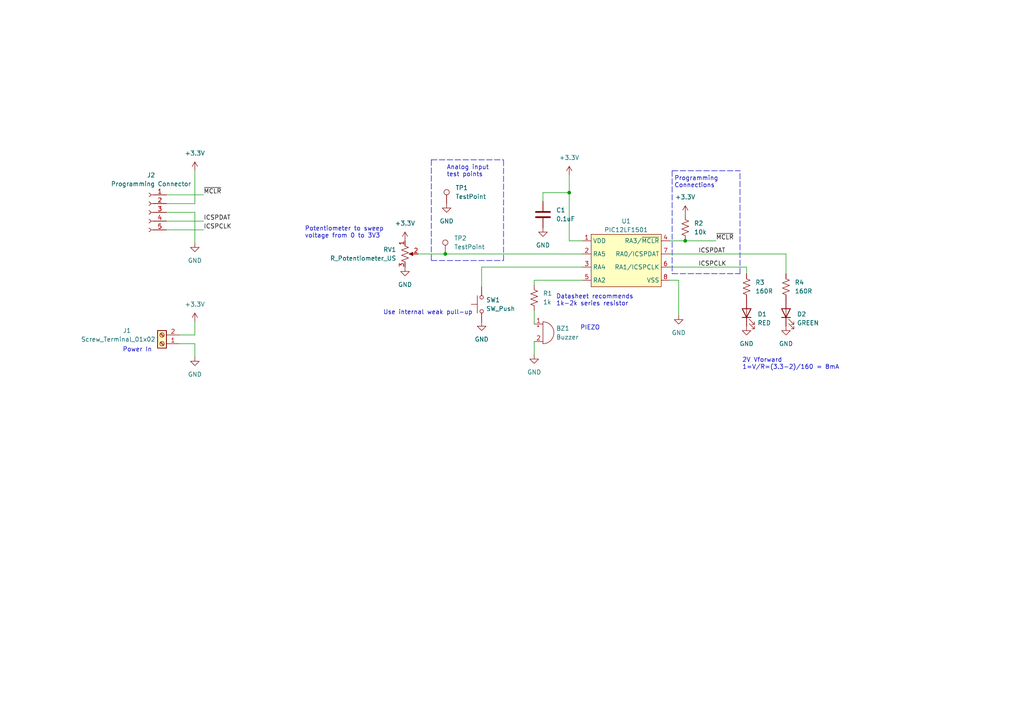
<source format=kicad_sch>
(kicad_sch (version 20211123) (generator eeschema)
  (paper "A4")
  (title_block (title "Tutorial Board") (date "2023-01-28") (rev "v0") (company "Waterloo Rocketry"))
  (lib_symbols
    (symbol "Connector:Conn_01x05_Female" (pin_names (offset 1.016) hide)
      (property "Reference" "J" (at 0 7.62 0))
      (property "Value" "Conn_01x05_Female" (at 0 -7.62 0))
      (symbol "Conn_01x05_Female_1_1"
        (arc (start 0 -4.572) (mid -0.508 -5.08) (end 0 -5.588) (stroke (width 0.1524)))
        (arc (start 0 -2.032) (mid -0.508 -2.54) (end 0 -3.048) (stroke (width 0.1524)))
        (polyline (pts (xy -1.27 -5.08) (xy -0.508 -5.08)) (stroke (width 0.1524)))
        (polyline (pts (xy -1.27 -2.54) (xy -0.508 -2.54)) (stroke (width 0.1524)))
        (polyline (pts (xy -1.27 0) (xy -0.508 0)) (stroke (width 0.1524)))
        (polyline (pts (xy -1.27 2.54) (xy -0.508 2.54)) (stroke (width 0.1524)))
        (polyline (pts (xy -1.27 5.08) (xy -0.508 5.08)) (stroke (width 0.1524)))
        (arc (start 0 0.508) (mid -0.508 0) (end 0 -0.508) (stroke (width 0.1524)))
        (arc (start 0 3.048) (mid -0.508 2.54) (end 0 2.032) (stroke (width 0.1524)))
        (arc (start 0 5.588) (mid -0.508 5.08) (end 0 4.572) (stroke (width 0.1524)))
        (pin passive line (at -5.08 5.08 0) (length 3.81) (name "Pin_1") (number "1"))
        (pin passive line (at -5.08 2.54 0) (length 3.81) (name "Pin_2") (number "2"))
        (pin passive line (at -5.08 0 0) (length 3.81) (name "Pin_3") (number "3"))
        (pin passive line (at -5.08 -2.54 0) (length 3.81) (name "Pin_4") (number "4"))
        (pin passive line (at -5.08 -5.08 0) (length 3.81) (name "Pin_5") (number "5"))
      )
    )
    (symbol "Connector:Screw_Terminal_01x02" (pin_names (offset 1.016) hide)
      (property "Reference" "J" (at 0 2.54 0))
      (property "Value" "Screw_Terminal_01x02" (at 0 -5.08 0))
      (symbol "Screw_Terminal_01x02_1_1"
        (rectangle (start -1.27 1.27) (end 1.27 -3.81) (stroke (width 0.254)) (fill (type background)))
        (circle (center 0 -2.54) (radius 0.635) (stroke (width 0.1524)))
        (polyline (pts (xy -0.5334 -2.2098) (xy 0.3302 -3.048)) (stroke (width 0.1524)))
        (polyline (pts (xy -0.5334 0.3302) (xy 0.3302 -0.508)) (stroke (width 0.1524)))
        (polyline (pts (xy -0.3556 -2.032) (xy 0.508 -2.8702)) (stroke (width 0.1524)))
        (polyline (pts (xy -0.3556 0.508) (xy 0.508 -0.3302)) (stroke (width 0.1524)))
        (circle (center 0 0) (radius 0.635) (stroke (width 0.1524)))
        (pin passive line (at -5.08 0 0) (length 3.81) (name "Pin_1") (number "1"))
        (pin passive line (at -5.08 -2.54 0) (length 3.81) (name "Pin_2") (number "2"))
      )
    )
    (symbol "Connector:TestPoint" (pin_numbers hide) (pin_names (offset 0.762) hide)
      (property "Reference" "TP" (at 0 6.858 0))
      (property "Value" "TestPoint" (at 0 5.08 0))
      (symbol "TestPoint_0_1"
        (circle (center 0 3.302) (radius 0.762))
      )
      (symbol "TestPoint_1_1"
        (pin passive line (at 0 0 90) (length 2.54) (name "1") (number "1"))
      )
    )
    (symbol "Device:Buzzer" (pin_names (offset 0.0254) hide)
      (property "Reference" "BZ" (at 3.81 1.27 0))
      (property "Value" "Buzzer" (at 3.81 -1.27 0))
      (symbol "Buzzer_0_1"
        (arc (start 0 -3.175) (mid 3.175 0) (end 0 3.175))
        (polyline (pts (xy -1.651 1.905) (xy -1.143 1.905)))
        (polyline (pts (xy -1.397 2.159) (xy -1.397 1.651)))
        (polyline (pts (xy 0 3.175) (xy 0 -3.175)))
      )
      (symbol "Buzzer_1_1"
        (pin passive line (at -2.54 2.54 0) (length 2.54) (name "-") (number "1"))
        (pin passive line (at -2.54 -2.54 0) (length 2.54) (name "+") (number "2"))
      )
    )
    (symbol "Device:C" (pin_numbers hide) (pin_names (offset 0.254))
      (property "Reference" "C" (at 0.635 2.54 0))
      (property "Value" "C" (at 0.635 -2.54 0))
      (symbol "C_0_1"
        (polyline (pts (xy -2.032 -0.762) (xy 2.032 -0.762)) (stroke (width 0.508)))
        (polyline (pts (xy -2.032 0.762) (xy 2.032 0.762)) (stroke (width 0.508)))
      )
      (symbol "C_1_1"
        (pin passive line (at 0 3.81 270) (length 2.794) (name "~") (number "1"))
        (pin passive line (at 0 -3.81 90) (length 2.794) (name "~") (number "2"))
      )
    )
    (symbol "Device:LED" (pin_numbers hide) (pin_names (offset 1.016) hide)
      (property "Reference" "D" (at 0 2.54 0))
      (property "Value" "LED" (at 0 -2.54 0))
      (symbol "LED_0_1"
        (polyline (pts (xy -1.27 -1.27) (xy -1.27 1.27)) (stroke (width 0.254)))
        (polyline (pts (xy -1.27 0) (xy 1.27 0)))
        (polyline (pts (xy 1.27 -1.27) (xy 1.27 1.27) (xy -1.27 0) (xy 1.27 -1.27)) (stroke (width 0.254)))
        (polyline (pts (xy -3.048 -0.762) (xy -4.572 -2.286) (xy -3.81 -2.286) (xy -4.572 -2.286) (xy -4.572 -1.524)))
        (polyline (pts (xy -1.778 -0.762) (xy -3.302 -2.286) (xy -2.54 -2.286) (xy -3.302 -2.286) (xy -3.302 -1.524)))
      )
      (symbol "LED_1_1"
        (pin passive line (at -3.81 0 0) (length 2.54) (name "K") (number "1"))
        (pin passive line (at 3.81 0 180) (length 2.54) (name "A") (number "2"))
      )
    )
    (symbol "Device:R_Potentiometer_US" (pin_names (offset 1.016) hide)
      (property "Reference" "RV" (at -4.445 0 90))
      (property "Value" "R_Potentiometer_US" (at -2.54 0 90))
      (symbol "R_Potentiometer_US_0_1"
        (polyline (pts (xy 0 -2.286) (xy 0 -2.54)))
        (polyline (pts (xy 0 2.54) (xy 0 2.286)))
        (polyline (pts (xy 2.54 0) (xy 1.524 0)))
        (polyline (pts (xy 1.143 0) (xy 2.286 0.508) (xy 2.286 -0.508) (xy 1.143 0)) (fill (type outline)))
        (polyline (pts (xy 0 -0.762) (xy 1.016 -1.143) (xy 0 -1.524) (xy -1.016 -1.905) (xy 0 -2.286)))
        (polyline (pts (xy 0 0.762) (xy 1.016 0.381) (xy 0 0) (xy -1.016 -0.381) (xy 0 -0.762)))
        (polyline (pts (xy 0 2.286) (xy 1.016 1.905) (xy 0 1.524) (xy -1.016 1.143) (xy 0 0.762)))
      )
      (symbol "R_Potentiometer_US_1_1"
        (pin passive line (at 0 3.81 270) (length 1.27) (name "1") (number "1"))
        (pin passive line (at 3.81 0 180) (length 1.27) (name "2") (number "2"))
        (pin passive line (at 0 -3.81 90) (length 1.27) (name "3") (number "3"))
      )
    )
    (symbol "Device:R_US" (pin_numbers hide) (pin_names (offset 0))
      (property "Reference" "R" (at 2.54 0 90))
      (property "Value" "R_US" (at -2.54 0 90))
      (symbol "R_US_0_1"
        (polyline (pts (xy 0 -2.286) (xy 0 -2.54)))
        (polyline (pts (xy 0 2.286) (xy 0 2.54)))
        (polyline (pts (xy 0 -0.762) (xy 1.016 -1.143) (xy 0 -1.524) (xy -1.016 -1.905) (xy 0 -2.286)))
        (polyline (pts (xy 0 0.762) (xy 1.016 0.381) (xy 0 0) (xy -1.016 -0.381) (xy 0 -0.762)))
        (polyline (pts (xy 0 2.286) (xy 1.016 1.905) (xy 0 1.524) (xy -1.016 1.143) (xy 0 0.762)))
      )
      (symbol "R_US_1_1"
        (pin passive line (at 0 3.81 270) (length 1.27) (name "~") (number "1"))
        (pin passive line (at 0 -3.81 90) (length 1.27) (name "~") (number "2"))
      )
    )
    (symbol "My_tut_Symbols:PIC12LF1501"
      (property "Reference" "U" (at 0 10.668 0))
      (property "Value" "PIC12LF1501" (at 10.16 1.778 0))
      (symbol "PIC12LF1501_0_1"
        (rectangle (start 0 0) (end 20.32 -15.24) (fill (type background)))
      )
      (symbol "PIC12LF1501_1_1"
        (pin power_in line (at -2.54 -1.905 0) (length 2.54) (name "VDD") (number "1"))
        (pin tri_state line (at -2.54 -5.715 0) (length 2.54) (name "RA5") (number "2"))
        (pin tri_state line (at -2.54 -9.525 0) (length 2.54) (name "RA4") (number "3"))
        (pin tri_state line (at 22.86 -1.905 180) (length 2.54) (name "RA3/~{MCLR}") (number "4"))
        (pin tri_state line (at -2.54 -13.335 0) (length 2.54) (name "RA2") (number "5"))
        (pin tri_state line (at 22.86 -9.525 180) (length 2.54) (name "RA1/ICSPCLK") (number "6"))
        (pin tri_state line (at 22.86 -5.715 180) (length 2.54) (name "RA0/ICSPDAT") (number "7"))
        (pin power_in line (at 22.86 -13.335 180) (length 2.54) (name "VSS") (number "8"))
      )
    )
    (symbol "Switch:SW_Push" (pin_numbers hide) (pin_names (offset 1.016) hide)
      (property "Reference" "SW" (at 1.27 2.54 0))
      (property "Value" "SW_Push" (at 0 -1.524 0))
      (symbol "SW_Push_0_1"
        (circle (center -2.032 0) (radius 0.508))
        (polyline (pts (xy 0 1.27) (xy 0 3.048)))
        (polyline (pts (xy 2.54 1.27) (xy -2.54 1.27)))
        (circle (center 2.032 0) (radius 0.508))
        (pin passive line (at -5.08 0 0) (length 2.54) (name "1") (number "1"))
        (pin passive line (at 5.08 0 180) (length 2.54) (name "2") (number "2"))
      )
    )
    (symbol "power:+3.3V" (power) (pin_names (offset 0))
      (property "Value" "+3.3V" (at 0 3.556 0))
      (symbol "+3.3V_0_1"
        (polyline (pts (xy -0.762 1.27) (xy 0 2.54)))
        (polyline (pts (xy 0 0) (xy 0 2.54)))
        (polyline (pts (xy 0 2.54) (xy 0.762 1.27)))
      )
      (symbol "+3.3V_1_1"
        (pin power_in line (at 0 0 90) (length 0) hide (name "+3.3V") (number "1"))
      )
    )
    (symbol "power:GND" (power) (pin_names (offset 0))
      (property "Value" "GND" (at 0 -3.81 0))
      (symbol "GND_0_1"
        (polyline (pts (xy 0 0) (xy 0 -1.27) (xy 1.27 -1.27) (xy 0 -2.54) (xy -1.27 -1.27) (xy 0 -1.27)))
      )
      (symbol "GND_1_1"
        (pin power_in line (at 0 0 270) (length 0) hide (name "GND") (number "1"))
      )
    )
  )
  (junction (at 129.159 73.66))
  (junction (at 165.1 55.88))
  (junction (at 198.755 69.85))
  (wire (pts (xy 154.94 81.28) (xy 168.91 81.28)))
  (wire (pts (xy 194.31 77.47) (xy 216.535 77.47)))
  (wire (pts (xy 157.48 55.88) (xy 165.1 55.88)))
  (wire (pts (xy 168.91 77.47) (xy 139.7 77.47)))
  (polyline (pts (xy 125.095 75.565) (xy 146.05 75.565)))
  (wire (pts (xy 48.26 59.055) (xy 56.515 59.055)))
  (wire (pts (xy 165.1 50.8) (xy 165.1 55.88)))
  (wire (pts (xy 56.515 61.595) (xy 56.515 70.485)))
  (wire (pts (xy 52.07 97.155) (xy 56.515 97.155)))
  (polyline (pts (xy 194.945 79.375) (xy 214.63 79.375)))
  (wire (pts (xy 139.7 77.47) (xy 139.7 83.185)))
  (polyline (pts (xy 125.095 46.355) (xy 125.095 75.565)))
  (wire (pts (xy 196.85 81.28) (xy 196.85 91.44)))
  (wire (pts (xy 121.285 73.66) (xy 129.159 73.66)))
  (wire (pts (xy 154.94 99.06) (xy 154.94 102.87)))
  (polyline (pts (xy 125.095 46.355) (xy 146.05 46.355)))
  (wire (pts (xy 165.1 69.85) (xy 168.91 69.85)))
  (wire (pts (xy 56.515 99.695) (xy 56.515 103.505)))
  (wire (pts (xy 154.94 90.17) (xy 154.94 93.98)))
  (wire (pts (xy 165.1 55.88) (xy 165.1 69.85)))
  (polyline (pts (xy 146.05 75.565) (xy 146.05 46.355)))
  (wire (pts (xy 48.26 56.515) (xy 59.055 56.515)))
  (wire (pts (xy 56.515 59.055) (xy 56.515 49.53)))
  (wire (pts (xy 194.31 69.85) (xy 198.755 69.85)))
  (wire (pts (xy 154.94 82.55) (xy 154.94 81.28)))
  (wire (pts (xy 48.26 66.675) (xy 59.055 66.675)))
  (wire (pts (xy 198.755 69.85) (xy 207.645 69.85)))
  (polyline (pts (xy 194.945 49.53) (xy 214.63 49.53)))
  (polyline (pts (xy 214.63 79.375) (xy 214.63 49.53)))
  (wire (pts (xy 194.31 81.28) (xy 196.85 81.28)))
  (wire (pts (xy 157.48 58.42) (xy 157.48 55.88)))
  (wire (pts (xy 48.26 64.135) (xy 59.055 64.135)))
  (wire (pts (xy 194.31 73.66) (xy 227.965 73.66)))
  (wire (pts (xy 216.535 77.47) (xy 216.535 79.375)))
  (polyline (pts (xy 194.945 49.53) (xy 194.945 79.375)))
  (wire (pts (xy 52.07 99.695) (xy 56.515 99.695)))
  (wire (pts (xy 48.26 61.595) (xy 56.515 61.595)))
  (wire (pts (xy 56.515 93.345) (xy 56.515 97.155)))
  (wire (pts (xy 227.965 73.66) (xy 227.965 79.375)))
  (wire (pts (xy 129.159 73.66) (xy 168.91 73.66)))
  (text "Use internal weak pull-up\n" (at 111.125 91.44 0) (effects (font (size 1.27 1.27)) (justify left bottom)))
  (text "2V Vforward\n1=V/R=(3.3-2)/160 = 8mA" (at 215.265 107.315 0) (effects (font (size 1.27 1.27)) (justify left bottom)))
  (text "PIEZO" (at 168.275 95.885 0) (effects (font (size 1.27 1.27)) (justify left bottom)))
  (text "Analog input\ntest points" (at 129.54 51.435 0) (effects (font (size 1.27 1.27)) (justify left bottom)))
  (text "Datasheet recommends \n1k-2k series resistor" (at 161.29 88.9 0) (effects (font (size 1.27 1.27)) (justify left bottom)))
  (text "Potentiometer to sweep \nvoltage from 0 to 3V3" (at 88.392 69.215 0) (effects (font (size 1.27 1.27)) (justify left bottom)))
  (text "Programming \nConnections" (at 195.58 54.61 0) (effects (font (size 1.27 1.27)) (justify left bottom)))
  (text "Power In" (at 35.56 102.235 0) (effects (font (size 1.27 1.27)) (justify left bottom)))
  (label "ICSPDAT" (at 59.055 64.135 0))
  (label "~{MCLR}" (at 207.645 69.85 0))
  (label "ICSPCLK" (at 202.565 77.47 0))
  (label "ICSPDAT" (at 202.565 73.66 0))
  (label "~{MCLR}" (at 59.055 56.515 0))
  (label "ICSPCLK" (at 59.055 66.675 0))
  (symbol (lib_id "power:+3.3V") (at 198.755 62.23 0) (unit 1)
    (property "Reference" "#PWR013" (effects hide))
    (property "Value" "+3.3V" (at 198.755 57.15 0))
  )
  (symbol (lib_id "power:+3.3V") (at 56.515 93.345 0) (unit 1)
    (property "Reference" "#PWR03" (effects hide))
    (property "Value" "+3.3V" (at 56.515 88.265 0))
  )
  (symbol (lib_id "Connector:Screw_Terminal_01x02") (at 46.99 99.695 180) (unit 1)
    (property "Reference" "J1" (at 36.83 95.885 0))
    (property "Value" "Screw_Terminal_01x02" (at 34.29 98.425 0))
    (property "Footprint" "TerminalBlock_Phoenix:TerminalBlock_Phoenix_PT-1,5-2-5.0-H_1x02_P5.00mm_Horizontal" (effects hide))
  )
  (symbol (lib_id "power:GND") (at 129.54 59.055 0) (unit 1)
    (property "Reference" "#PWR07" (effects hide))
    (property "Value" "GND" (at 129.54 64.135 0))
  )
  (symbol (lib_id "Device:R_US") (at 198.755 66.04 0) (unit 1)
    (property "Reference" "R2" (at 201.295 64.7699 0) (effects (justify left)))
    (property "Value" "10k" (at 201.295 67.3099 0) (effects (justify left)))
    (property "Footprint" "Resistor_SMD:R_0805_2012Metric_Pad1.20x1.40mm_HandSolder" (effects hide))
  )
  (symbol (lib_id "Connector:Conn_01x05_Female") (at 43.18 61.595 0) (mirror y) (unit 1)
    (property "Reference" "J2" (at 43.815 50.8 0))
    (property "Value" "Programming Connector" (at 43.815 53.34 0))
    (property "Footprint" "Tutorial_Footprints:PinHeader_5x2.54_SMD_90deg_952-3198-1-ND" (effects hide))
  )
  (symbol (lib_id "Device:Buzzer") (at 157.48 96.52 0) (unit 1)
    (property "Reference" "BZ1" (at 161.29 95.2499 0) (effects (justify left)))
    (property "Value" "Buzzer" (at 161.29 97.7899 0) (effects (justify left)))
    (property "Footprint" "Buzzer_Beeper:Buzzer_TDK_PS1240P02BT_D12.2mm_H6.5mm" (effects hide))
  )
  (symbol (lib_id "power:GND") (at 196.85 91.44 0) (unit 1)
    (property "Reference" "#PWR012" (effects hide))
    (property "Value" "GND" (at 196.85 96.52 0))
  )
  (symbol (lib_id "Connector:TestPoint") (at 129.159 73.66 0) (unit 1)
    (property "Reference" "TP2" (at 131.699 69.0879 0) (effects (justify left)))
    (property "Value" "TestPoint" (at 131.699 71.6279 0) (effects (justify left)))
    (property "Footprint" "TestPoint:TestPoint_THTPad_2.0x2.0mm_Drill1.0mm" (effects hide))
  )
  (symbol (lib_id "Device:C") (at 157.48 62.23 0) (unit 1)
    (property "Reference" "C1" (at 161.29 60.9599 0) (effects (justify left)))
    (property "Value" "0.1uF" (at 161.29 63.4999 0) (effects (justify left)))
    (property "Footprint" "Capacitor_SMD:C_0805_2012Metric_Pad1.18x1.45mm_HandSolder" (effects hide))
  )
  (symbol (lib_id "power:GND") (at 56.515 103.505 0) (unit 1)
    (property "Reference" "#PWR04" (effects hide))
    (property "Value" "GND" (at 56.515 108.585 0))
  )
  (symbol (lib_id "power:GND") (at 216.535 94.615 0) (unit 1)
    (property "Reference" "#PWR014" (effects hide))
    (property "Value" "GND" (at 216.535 99.695 0))
  )
  (symbol (lib_id "Switch:SW_Push") (at 139.7 88.265 90) (unit 1)
    (property "Reference" "SW1" (at 140.97 86.9949 90) (effects (justify right)))
    (property "Value" "SW_Push" (at 140.97 89.5349 90) (effects (justify right)))
    (property "Footprint" "Button_Switch_THT:SW_PUSH_6mm" (effects hide))
  )
  (symbol (lib_id "Device:R_US") (at 154.94 86.36 0) (unit 1)
    (property "Reference" "R1" (at 157.48 85.0899 0) (effects (justify left)))
    (property "Value" "1k" (at 157.48 87.6299 0) (effects (justify left)))
    (property "Footprint" "Resistor_SMD:R_0805_2012Metric_Pad1.20x1.40mm_HandSolder" (effects hide))
  )
  (symbol (lib_id "power:GND") (at 157.48 66.04 0) (unit 1)
    (property "Reference" "#PWR010" (effects hide))
    (property "Value" "GND" (at 157.48 71.12 0))
  )
  (symbol (lib_id "power:+3.3V") (at 165.1 50.8 0) (unit 1)
    (property "Reference" "#PWR011" (effects hide))
    (property "Value" "+3.3V" (at 165.1 45.72 0))
  )
  (symbol (lib_id "Device:LED") (at 216.535 90.805 90) (unit 1)
    (property "Reference" "D1" (at 219.71 91.1224 90) (effects (justify right)))
    (property "Value" "RED" (at 219.71 93.6624 90) (effects (justify right)))
    (property "Footprint" "LED_SMD:LED_1206_3216Metric_Pad1.42x1.75mm_HandSolder" (effects hide))
  )
  (symbol (lib_id "power:GND") (at 56.515 70.485 0) (unit 1)
    (property "Reference" "#PWR02" (effects hide))
    (property "Value" "GND" (at 56.515 75.565 0))
  )
  (symbol (lib_id "power:GND") (at 117.475 77.47 0) (unit 1)
    (property "Reference" "#PWR06" (effects hide))
    (property "Value" "GND" (at 117.475 82.55 0))
  )
  (symbol (lib_id "power:+3.3V") (at 117.475 69.85 0) (unit 1)
    (property "Reference" "#PWR05" (effects hide))
    (property "Value" "+3.3V" (at 117.475 64.77 0))
  )
  (symbol (lib_id "Device:LED") (at 227.965 90.805 90) (unit 1)
    (property "Reference" "D2" (at 231.14 91.1224 90) (effects (justify right)))
    (property "Value" "GREEN" (at 231.14 93.6624 90) (effects (justify right)))
    (property "Footprint" "LED_SMD:LED_1206_3216Metric_Pad1.42x1.75mm_HandSolder" (effects hide))
  )
  (symbol (lib_id "power:GND") (at 154.94 102.87 0) (unit 1)
    (property "Reference" "#PWR09" (effects hide))
    (property "Value" "GND" (at 154.94 107.95 0))
  )
  (symbol (lib_id "Device:R_US") (at 227.965 83.185 0) (unit 1)
    (property "Reference" "R4" (at 230.505 81.9149 0) (effects (justify left)))
    (property "Value" "160R" (at 230.505 84.4549 0) (effects (justify left)))
    (property "Footprint" "Resistor_SMD:R_0805_2012Metric_Pad1.20x1.40mm_HandSolder" (effects hide))
  )
  (symbol (lib_id "power:+3.3V") (at 56.515 49.53 0) (unit 1)
    (property "Reference" "#PWR01" (effects hide))
    (property "Value" "+3.3V" (at 56.515 44.45 0))
  )
  (symbol (lib_id "Device:R_Potentiometer_US") (at 117.475 73.66 0) (unit 1)
    (property "Reference" "RV1" (at 114.935 72.3899 0) (effects (justify right)))
    (property "Value" "R_Potentiometer_US" (at 114.935 74.9299 0) (effects (justify right)))
    (property "Footprint" "Potentiometer_THT:Potentiometer_Bourns_PTV09A-1_Single_Vertical" (effects hide))
  )
  (symbol (lib_id "power:GND") (at 139.7 93.345 0) (unit 1)
    (property "Reference" "#PWR08" (effects hide))
    (property "Value" "GND" (at 139.7 98.425 0))
  )
  (symbol (lib_id "My_tut_Symbols:PIC12LF1501") (at 171.45 67.945 0) (unit 1)
    (property "Reference" "U1" (at 181.61 64.135 0))
    (property "Value" "PIC12LF1501" (at 181.61 66.675 0))
    (property "Footprint" "Package_SO:SOIC-8_3.9x4.9mm_P1.27mm" (effects hide))
  )
  (symbol (lib_id "Connector:TestPoint") (at 129.54 59.055 0) (unit 1)
    (property "Reference" "TP1" (at 132.08 54.4829 0) (effects (justify left)))
    (property "Value" "TestPoint" (at 132.08 57.0229 0) (effects (justify left)))
    (property "Footprint" "TestPoint:TestPoint_THTPad_2.0x2.0mm_Drill1.0mm" (effects hide))
  )
  (symbol (lib_id "Device:R_US") (at 216.535 83.185 0) (unit 1)
    (property "Reference" "R3" (at 219.075 81.9149 0) (effects (justify left)))
    (property "Value" "160R" (at 219.075 84.4549 0) (effects (justify left)))
    (property "Footprint" "Resistor_SMD:R_0805_2012Metric_Pad1.20x1.40mm_HandSolder" (effects hide))
  )
  (symbol (lib_id "power:GND") (at 227.965 94.615 0) (unit 1)
    (property "Reference" "#PWR015" (effects hide))
    (property "Value" "GND" (at 227.965 99.695 0))
  )
)
</source>
